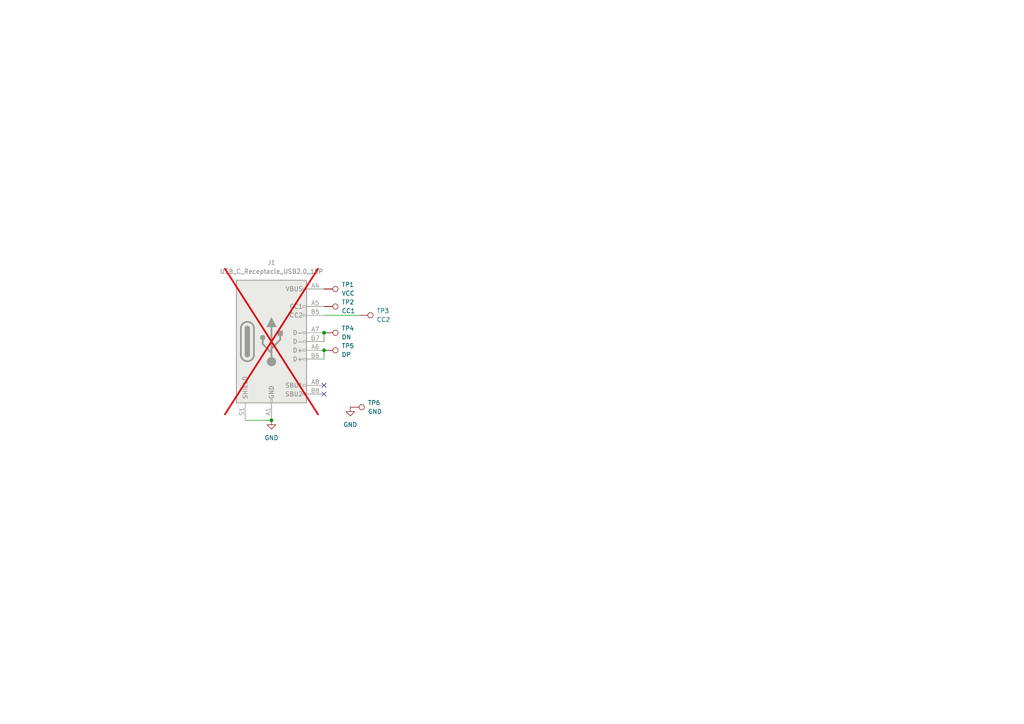
<source format=kicad_sch>
(kicad_sch (version 20250114) (generator "eeschema") (generator_version "9.0")
  (paper "A4")
  (lib_symbols
    (symbol "Connector:TestPoint" (pin_numbers (hide yes)) (pin_names (offset 0.762) (hide yes))
      (property "Reference" "TP" (at 0 6.858 0))
      (property "Value" "TestPoint" (at 0 5.08 0))
      (symbol "TestPoint_0_1"
        (circle (center 0 3.302) (radius 0.762))
      )
      (symbol "TestPoint_1_1"
        (pin passive line (at 0 0 90) (length 2.54) (name "1") (number "1"))
      )
    )
    (symbol "Connector:USB_C_Receptacle_USB2.0_16P" (pin_names (offset 1.016))
      (property "Reference" "J" (at 0 22.225 0))
      (property "Value" "USB_C_Receptacle_USB2.0_16P" (at 0 19.685 0))
      (symbol "USB_C_Receptacle_USB2.0_16P_0_0"
        (rectangle (start -0.254 -17.78) (end 0.254 -16.764))
        (rectangle (start 10.16 15.494) (end 9.144 14.986))
        (rectangle (start 10.16 10.414) (end 9.144 9.906))
        (rectangle (start 10.16 7.874) (end 9.144 7.366))
        (rectangle (start 10.16 2.794) (end 9.144 2.286))
        (rectangle (start 10.16 0.254) (end 9.144 -0.254))
        (rectangle (start 10.16 -2.286) (end 9.144 -2.794))
        (rectangle (start 10.16 -4.826) (end 9.144 -5.334))
        (rectangle (start 10.16 -12.446) (end 9.144 -12.954))
        (rectangle (start 10.16 -14.986) (end 9.144 -15.494))
      )
      (symbol "USB_C_Receptacle_USB2.0_16P_0_1"
        (rectangle (start -10.16 17.78) (end 10.16 -17.78) (stroke (width 0.254)) (fill (type background)))
        (polyline (pts (xy -8.89 -3.81) (xy -8.89 3.81)) (stroke (width 0.508)))
        (rectangle (start -7.62 -3.81) (end -6.35 3.81) (stroke (width 0.254)) (fill (type outline)))
        (arc (start -7.62 3.81) (mid -6.985 4.4423) (end -6.35 3.81) (stroke (width 0.254)))
        (arc (start -7.62 3.81) (mid -6.985 4.4423) (end -6.35 3.81) (stroke (width 0.254)) (fill (type outline)))
        (arc (start -8.89 3.81) (mid -6.985 5.7067) (end -5.08 3.81) (stroke (width 0.508)))
        (arc (start -5.08 -3.81) (mid -6.985 -5.7067) (end -8.89 -3.81) (stroke (width 0.508)))
        (arc (start -6.35 -3.81) (mid -6.985 -4.4423) (end -7.62 -3.81) (stroke (width 0.254)))
        (arc (start -6.35 -3.81) (mid -6.985 -4.4423) (end -7.62 -3.81) (stroke (width 0.254)) (fill (type outline)))
        (polyline (pts (xy -5.08 3.81) (xy -5.08 -3.81)) (stroke (width 0.508)))
        (circle (center -2.54 1.143) (radius 0.635) (stroke (width 0.254)) (fill (type outline)))
        (polyline (pts (xy -1.27 4.318) (xy 0 6.858) (xy 1.27 4.318) (xy -1.27 4.318)) (stroke (width 0.254)) (fill (type outline)))
        (polyline (pts (xy 0 -2.032) (xy 2.54 0.508) (xy 2.54 1.778)) (stroke (width 0.508)))
        (polyline (pts (xy 0 -3.302) (xy -2.54 -0.762) (xy -2.54 0.508)) (stroke (width 0.508)))
        (polyline (pts (xy 0 -5.842) (xy 0 4.318)) (stroke (width 0.508)))
        (circle (center 0 -5.842) (radius 1.27) (fill (type outline)))
        (rectangle (start 1.905 1.778) (end 3.175 3.048) (stroke (width 0.254)) (fill (type outline)))
      )
      (symbol "USB_C_Receptacle_USB2.0_16P_1_1"
        (pin passive line (at -7.62 -22.86 90) (length 5.08) (name "SHIELD") (number "S1"))
        (pin passive line (at 0 -22.86 90) (length 5.08) (name "GND") (number "A1"))
        (pin passive line (at 0 -22.86 90) (length 5.08) (hide yes) (name "GND") (number "A12"))
        (pin passive line (at 0 -22.86 90) (length 5.08) (hide yes) (name "GND") (number "B1"))
        (pin passive line (at 0 -22.86 90) (length 5.08) (hide yes) (name "GND") (number "B12"))
        (pin passive line (at 15.24 15.24 180) (length 5.08) (name "VBUS") (number "A4"))
        (pin passive line (at 15.24 15.24 180) (length 5.08) (hide yes) (name "VBUS") (number "A9"))
        (pin passive line (at 15.24 15.24 180) (length 5.08) (hide yes) (name "VBUS") (number "B4"))
        (pin passive line (at 15.24 15.24 180) (length 5.08) (hide yes) (name "VBUS") (number "B9"))
        (pin bidirectional line (at 15.24 10.16 180) (length 5.08) (name "CC1") (number "A5"))
        (pin bidirectional line (at 15.24 7.62 180) (length 5.08) (name "CC2") (number "B5"))
        (pin bidirectional line (at 15.24 2.54 180) (length 5.08) (name "D-") (number "A7"))
        (pin bidirectional line (at 15.24 0 180) (length 5.08) (name "D-") (number "B7"))
        (pin bidirectional line (at 15.24 -2.54 180) (length 5.08) (name "D+") (number "A6"))
        (pin bidirectional line (at 15.24 -5.08 180) (length 5.08) (name "D+") (number "B6"))
        (pin bidirectional line (at 15.24 -12.7 180) (length 5.08) (name "SBU1") (number "A8"))
        (pin bidirectional line (at 15.24 -15.24 180) (length 5.08) (name "SBU2") (number "B8"))
      )
    )
    (symbol "power:GND" (power) (pin_numbers (hide yes)) (pin_names (offset 0) (hide yes))
      (property "Value" "GND" (at 0 -3.81 0))
      (symbol "GND_0_1"
        (polyline (pts (xy 0 0) (xy 0 -1.27) (xy 1.27 -1.27) (xy 0 -2.54) (xy -1.27 -1.27) (xy 0 -1.27)))
      )
      (symbol "GND_1_1"
        (pin power_in line (at 0 0 270) (length 0) (name "~") (number "1"))
      )
    )
  )
  (junction (at 93.98 96.52))
  (junction (at 93.98 101.6))
  (junction (at 78.74 121.92))
  (no_connect (at 93.98 111.76))
  (no_connect (at 93.98 114.3))
  (wire (pts (xy 93.98 101.6) (xy 93.98 104.14)))
  (wire (pts (xy 93.98 91.44) (xy 104.14 91.44)))
  (wire (pts (xy 93.98 96.52) (xy 93.98 99.06)))
  (wire (pts (xy 71.12 121.92) (xy 78.74 121.92)))
  (symbol (lib_id "Connector:TestPoint") (at 93.98 101.6 270) (mirror x) (unit 1)
    (property "Reference" "TP5" (at 99.06 100.3299 90) (effects (justify left)))
    (property "Value" "DP" (at 99.06 102.8699 90) (effects (justify left)))
    (property "Footprint" "usb-pcb-fp:pad-28-35" (effects (hide yes)))
    (property "Description" "test point" (effects (hide yes)))
  )
  (symbol (lib_id "power:GND") (at 78.74 121.92 0) (unit 1)
    (property "Reference" "#PWR01" (effects (hide yes)))
    (property "Value" "GND" (at 78.74 127 0))
    (property "Description" "Power symbol creates a global label with name \"GND\" , ground" (effects (hide yes)))
  )
  (symbol (lib_id "Connector:TestPoint") (at 93.98 96.52 270) (mirror x) (unit 1)
    (property "Reference" "TP4" (at 99.06 95.2499 90) (effects (justify left)))
    (property "Value" "DN" (at 99.06 97.7899 90) (effects (justify left)))
    (property "Footprint" "usb-pcb-fp:pad-28-35" (effects (hide yes)))
    (property "Description" "test point" (effects (hide yes)))
  )
  (symbol (lib_id "Connector:TestPoint") (at 104.14 91.44 270) (mirror x) (unit 1)
    (property "Reference" "TP3" (at 109.22 90.1699 90) (effects (justify left)))
    (property "Value" "CC2" (at 109.22 92.7099 90) (effects (justify left)))
    (property "Footprint" "usb-pcb-fp:pad-28-35" (effects (hide yes)))
    (property "Description" "test point" (effects (hide yes)))
  )
  (symbol (lib_id "Connector:TestPoint") (at 93.98 83.82 270) (mirror x) (unit 1)
    (property "Reference" "TP1" (at 99.06 82.5499 90) (effects (justify left)))
    (property "Value" "VCC" (at 99.06 85.0899 90) (effects (justify left)))
    (property "Footprint" "usb-pcb-fp:pad-28-35" (effects (hide yes)))
    (property "Description" "test point" (effects (hide yes)))
  )
  (symbol (lib_id "Connector:USB_C_Receptacle_USB2.0_16P") (at 78.74 99.06 0) (unit 1) (dnp yes)
    (property "Reference" "J1" (at 78.74 76.2 0))
    (property "Value" "USB_C_Receptacle_USB2.0_16P" (at 78.74 78.74 0))
    (property "Footprint" "Connector_USB:USB_C_Receptacle_GCT_USB4105-xx-A_16P_TopMnt_Horizontal" (effects (hide yes)))
    (property "Datasheet" "https://www.usb.org/sites/default/files/documents/usb_type-c.zip" (effects (hide yes)))
    (property "Description" "USB 2.0-only 16P Type-C Receptacle connector" (effects (hide yes)))
    (property "Stock" "Y" (at 78.74 99.06 0))
  )
  (symbol (lib_id "Connector:TestPoint") (at 93.98 88.9 270) (mirror x) (unit 1)
    (property "Reference" "TP2" (at 99.06 87.6299 90) (effects (justify left)))
    (property "Value" "CC1" (at 99.06 90.1699 90) (effects (justify left)))
    (property "Footprint" "usb-pcb-fp:pad-28-35" (effects (hide yes)))
    (property "Description" "test point" (effects (hide yes)))
  )
  (symbol (lib_id "Connector:TestPoint") (at 101.6 118.11 270) (mirror x) (unit 1)
    (property "Reference" "TP6" (at 106.68 116.8399 90) (effects (justify left)))
    (property "Value" "GND" (at 106.68 119.3799 90) (effects (justify left)))
    (property "Footprint" "usb-pcb-fp:pad-28-35" (effects (hide yes)))
    (property "Description" "test point" (effects (hide yes)))
  )
  (symbol (lib_id "power:GND") (at 101.6 118.11 0) (unit 1)
    (property "Reference" "#PWR02" (effects (hide yes)))
    (property "Value" "GND" (at 101.6 123.19 0))
    (property "Description" "Power symbol creates a global label with name \"GND\" , ground" (effects (hide yes)))
  )
)
</source>
